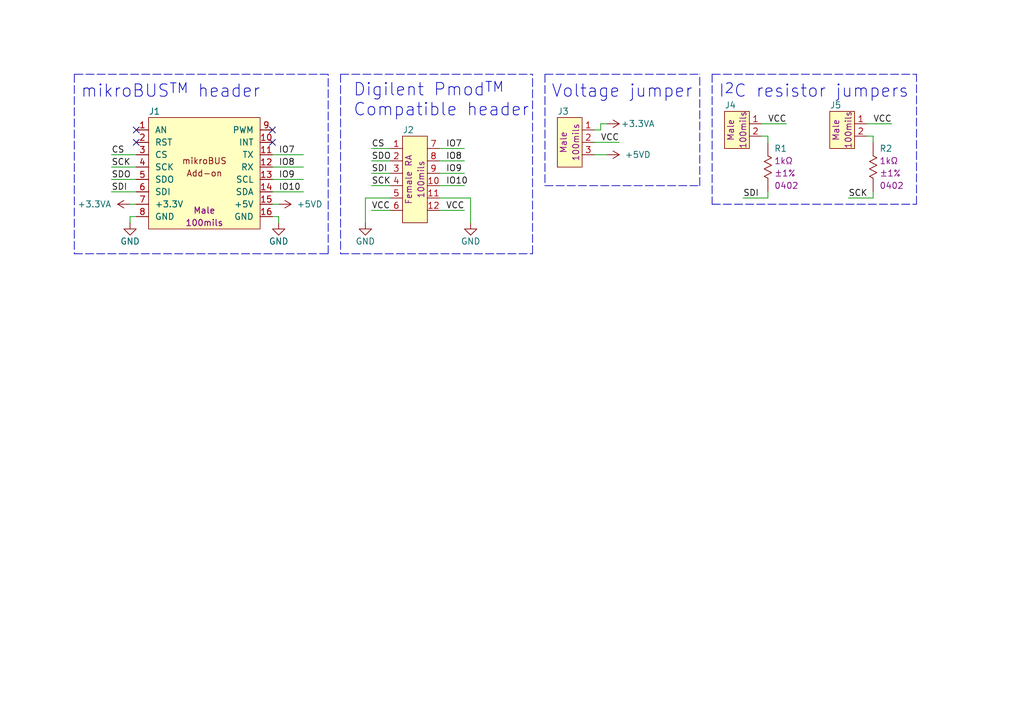
<source format=kicad_sch>
(kicad_sch (version 20211123) (generator eeschema)
  (paper "A5")
  (title_block (title "${title}") (date "${year}-${month}-${day}") (rev "${rev}") (company "${company}") (comment 1 "${author}"))
  (lib_symbols
    (symbol "connaxio-connectors:CON_HDR_100MILS_F_TH_RA_2X6" (pin_names (offset 1.27) hide)
      (property "Reference" "J" (at 0 1.27 0))
      (property "Property" "100mils" (at 3.81 -8.89 90))
      (property "Note" "Female RA" (at 1.27 -8.89 90))
      (symbol "CON_HDR_100MILS_F_TH_RA_2X6_0_1"
        (rectangle (start 0 0) (end 5.08 -17.78) (fill (type background)))
      )
      (symbol "CON_HDR_100MILS_F_TH_RA_2X6_1_1"
        (pin passive line (at -2.54 -2.54 0) (length 2.54) (name "1") (number "1"))
        (pin passive line (at 7.62 -10.16 180) (length 2.54) (name "10") (number "10"))
        (pin passive line (at 7.62 -12.7 180) (length 2.54) (name "11") (number "11"))
        (pin passive line (at 7.62 -15.24 180) (length 2.54) (name "12") (number "12"))
        (pin passive line (at -2.54 -5.08 0) (length 2.54) (name "2") (number "2"))
        (pin passive line (at -2.54 -7.62 0) (length 2.54) (name "3") (number "3"))
        (pin passive line (at -2.54 -10.16 0) (length 2.54) (name "4") (number "4"))
        (pin passive line (at -2.54 -12.7 0) (length 2.54) (name "5") (number "5"))
        (pin passive line (at -2.54 -15.24 0) (length 2.54) (name "6") (number "6"))
        (pin passive line (at 7.62 -2.54 180) (length 2.54) (name "7") (number "7"))
        (pin passive line (at 7.62 -5.08 180) (length 2.54) (name "8") (number "8"))
        (pin passive line (at 7.62 -7.62 180) (length 2.54) (name "9") (number "9"))
      )
    )
    (symbol "connaxio-connectors:CON_HDR_100MILS_M_TH_1X2" (pin_names (offset 1.27) hide)
      (property "Reference" "J" (at 0 1.27 0))
      (property "Property" "100mils" (at 3.81 -3.81 90))
      (property "Note" "Male" (at 1.27 -3.81 90))
      (symbol "CON_HDR_100MILS_M_TH_1X2_0_1"
        (rectangle (start 0 0) (end 5.08 -7.62) (fill (type background)))
      )
      (symbol "CON_HDR_100MILS_M_TH_1X2_1_1"
        (pin passive line (at 7.62 -2.54 180) (length 2.54) (name "1") (number "1"))
        (pin passive line (at 7.62 -5.08 180) (length 2.54) (name "2") (number "2"))
      )
    )
    (symbol "connaxio-connectors:CON_HDR_100MILS_M_TH_1X3" (pin_names (offset 1.27) hide)
      (property "Reference" "J" (at 0 1.27 0))
      (property "Property" "100mils" (at 3.81 -5.08 90))
      (property "Note" "Male" (at 1.27 -5.08 90))
      (symbol "CON_HDR_100MILS_M_TH_1X3_0_1"
        (rectangle (start 0 0) (end 5.08 -10.16) (fill (type background)))
      )
      (symbol "CON_HDR_100MILS_M_TH_1X3_1_1"
        (pin passive line (at 7.62 -2.54 180) (length 2.54) (name "1") (number "1"))
        (pin passive line (at 7.62 -5.08 180) (length 2.54) (name "2") (number "2"))
        (pin passive line (at 7.62 -7.62 180) (length 2.54) (name "3") (number "3"))
      )
    )
    (symbol "connaxio-connectors:CON_HDR_MIKROBUS_ADDON_TH" (pin_names (offset 1.27))
      (property "Reference" "J" (at 0 1.27 0))
      (property "Property" "100mils" (at 11.43 -21.59 0))
      (property "Note" "Male" (at 11.43 -19.05 0))
      (symbol "CON_HDR_MIKROBUS_ADDON_TH_0_0"
        (text "Add-on" (at 11.43 -11.43 0) (effects (font (size 1.27 1.27))))
        (text "mikroBUS" (at 11.43 -8.89 0) (effects (font (size 1.27 1.27))))
      )
      (symbol "CON_HDR_MIKROBUS_ADDON_TH_0_1"
        (rectangle (start 0 0) (end 22.86 -22.86) (fill (type background)))
      )
      (symbol "CON_HDR_MIKROBUS_ADDON_TH_1_1"
        (pin passive line (at -2.54 -2.54 0) (length 2.54) (name "AN") (number "1"))
        (pin passive line (at 25.4 -5.08 180) (length 2.54) (name "INT") (number "10"))
        (pin passive line (at 25.4 -7.62 180) (length 2.54) (name "TX") (number "11"))
        (pin passive line (at 25.4 -10.16 180) (length 2.54) (name "RX") (number "12"))
        (pin passive line (at 25.4 -12.7 180) (length 2.54) (name "SCL") (number "13"))
        (pin passive line (at 25.4 -15.24 180) (length 2.54) (name "SDA") (number "14"))
        (pin passive line (at 25.4 -17.78 180) (length 2.54) (name "+5V") (number "15"))
        (pin passive line (at 25.4 -20.32 180) (length 2.54) (name "GND") (number "16"))
        (pin passive line (at -2.54 -5.08 0) (length 2.54) (name "RST") (number "2"))
        (pin passive line (at -2.54 -7.62 0) (length 2.54) (name "CS") (number "3"))
        (pin passive line (at -2.54 -10.16 0) (length 2.54) (name "SCK") (number "4"))
        (pin passive line (at -2.54 -12.7 0) (length 2.54) (name "SDO") (number "5"))
        (pin passive line (at -2.54 -15.24 0) (length 2.54) (name "SDI") (number "6"))
        (pin passive line (at -2.54 -17.78 0) (length 2.54) (name "+3.3V") (number "7"))
        (pin passive line (at -2.54 -20.32 0) (length 2.54) (name "GND") (number "8"))
        (pin passive line (at 25.4 -2.54 180) (length 2.54) (name "PWM") (number "9"))
      )
    )
    (symbol "connaxio-resistors:RES_1.00KΩ_1%_0402" (pin_numbers hide) (pin_names (offset 1.27) hide)
      (property "Reference" "R" (at 1.27 3.81 0))
      (property "Package" "0402" (at 1.27 -3.81 0))
      (property "Property" "1kΩ" (at 1.27 1.27 0))
      (property "Tolerance" "±1%" (at 1.27 -1.27 0))
      (symbol "RES_1.00KΩ_1%_0402_0_1"
        (polyline (pts (xy 0 3.302) (xy 0 3.302)))
        (polyline (pts (xy 0 2.286) (xy 0.762 1.905) (xy -0.762 1.143) (xy 0.762 0.381) (xy -0.762 -0.381) (xy 0.762 -1.143) (xy -0.762 -1.905) (xy 0 -2.286)))
      )
      (symbol "RES_1.00KΩ_1%_0402_1_1"
        (pin passive line (at 0 5.08 270) (length 2.794) (name "1") (number "1"))
        (pin passive line (at 0 -5.08 90) (length 2.794) (name "2") (number "2"))
      )
    )
    (symbol "power:+3.3VA" (power) (pin_names (offset 0))
      (property "Value" "+3.3VA" (at 0 3.556 0))
      (symbol "+3.3VA_0_1"
        (polyline (pts (xy -0.762 1.27) (xy 0 2.54)))
        (polyline (pts (xy 0 0) (xy 0 2.54)))
        (polyline (pts (xy 0 2.54) (xy 0.762 1.27)))
      )
      (symbol "+3.3VA_1_1"
        (pin power_in line (at 0 0 90) (length 0) hide (name "+3.3VA") (number "1"))
      )
    )
    (symbol "power:+5VD" (power) (pin_names (offset 0))
      (property "Value" "+5VD" (at 0 3.556 0))
      (symbol "+5VD_0_1"
        (polyline (pts (xy -0.762 1.27) (xy 0 2.54)))
        (polyline (pts (xy 0 0) (xy 0 2.54)))
        (polyline (pts (xy 0 2.54) (xy 0.762 1.27)))
      )
      (symbol "+5VD_1_1"
        (pin power_in line (at 0 0 90) (length 0) hide (name "+5VD") (number "1"))
      )
    )
    (symbol "power:GND" (power) (pin_names (offset 0))
      (property "Value" "GND" (at 0 -3.81 0))
      (symbol "GND_0_1"
        (polyline (pts (xy 0 0) (xy 0 -1.27) (xy 1.27 -1.27) (xy 0 -2.54) (xy -1.27 -1.27) (xy 0 -1.27)))
      )
      (symbol "GND_1_1"
        (pin power_in line (at 0 0 270) (length 0) hide (name "GND") (number "1"))
      )
    )
  )
  (no_connect (at 55.88 29.21))
  (no_connect (at 55.88 26.67))
  (no_connect (at 27.94 26.67))
  (no_connect (at 27.94 29.21))
  (wire (pts (xy 90.17 43.18) (xy 95.25 43.18)))
  (wire (pts (xy 55.88 39.37) (xy 62.23 39.37)))
  (wire (pts (xy 157.48 40.64) (xy 157.48 39.37)))
  (wire (pts (xy 124.46 31.75) (xy 121.92 31.75)))
  (wire (pts (xy 121.92 26.67) (xy 123.19 26.67)))
  (wire (pts (xy 22.86 31.75) (xy 27.94 31.75)))
  (wire (pts (xy 127 29.21) (xy 121.92 29.21)))
  (wire (pts (xy 90.17 33.02) (xy 95.25 33.02)))
  (wire (pts (xy 76.2 38.1) (xy 80.01 38.1)))
  (wire (pts (xy 157.48 27.94) (xy 157.48 29.21)))
  (wire (pts (xy 22.86 39.37) (xy 27.94 39.37)))
  (wire (pts (xy 76.2 30.48) (xy 80.01 30.48)))
  (wire (pts (xy 22.86 36.83) (xy 27.94 36.83)))
  (wire (pts (xy 55.88 36.83) (xy 62.23 36.83)))
  (wire (pts (xy 76.2 43.18) (xy 80.01 43.18)))
  (wire (pts (xy 74.93 40.64) (xy 80.01 40.64)))
  (wire (pts (xy 90.17 35.56) (xy 95.25 35.56)))
  (wire (pts (xy 55.88 31.75) (xy 62.23 31.75)))
  (wire (pts (xy 90.17 30.48) (xy 95.25 30.48)))
  (wire (pts (xy 55.88 44.45) (xy 57.15 44.45)))
  (wire (pts (xy 177.8 25.4) (xy 182.88 25.4)))
  (wire (pts (xy 179.07 27.94) (xy 179.07 29.21)))
  (wire (pts (xy 22.86 34.29) (xy 27.94 34.29)))
  (wire (pts (xy 55.88 41.91) (xy 57.15 41.91)))
  (wire (pts (xy 26.67 44.45) (xy 27.94 44.45)))
  (wire (pts (xy 96.52 40.64) (xy 90.17 40.64)))
  (polyline (pts (xy 146.05 15.24) (xy 187.96 15.24)))
  (polyline (pts (xy 109.22 52.07) (xy 109.22 15.24)))
  (polyline (pts (xy 111.76 38.1) (xy 143.51 38.1)))
  (polyline (pts (xy 187.96 41.91) (xy 187.96 15.24)))
  (wire (pts (xy 179.07 40.64) (xy 179.07 39.37)))
  (polyline (pts (xy 146.05 15.24) (xy 146.05 41.91)))
  (polyline (pts (xy 111.76 15.24) (xy 111.76 38.1)))
  (wire (pts (xy 156.21 25.4) (xy 161.29 25.4)))
  (polyline (pts (xy 15.24 15.24) (xy 15.24 52.07)))
  (wire (pts (xy 76.2 33.02) (xy 80.01 33.02)))
  (polyline (pts (xy 69.85 15.24) (xy 109.22 15.24)))
  (wire (pts (xy 177.8 27.94) (xy 179.07 27.94)))
  (polyline (pts (xy 143.51 38.1) (xy 143.51 15.24)))
  (wire (pts (xy 152.4 40.64) (xy 157.48 40.64)))
  (polyline (pts (xy 67.31 15.24) (xy 15.24 15.24)))
  (polyline (pts (xy 15.24 52.07) (xy 67.31 52.07)))
  (wire (pts (xy 123.19 26.67) (xy 123.19 25.4)))
  (wire (pts (xy 124.46 25.4) (xy 123.19 25.4)))
  (polyline (pts (xy 67.31 52.07) (xy 67.31 15.24)))
  (wire (pts (xy 74.93 45.72) (xy 74.93 40.64)))
  (wire (pts (xy 26.67 41.91) (xy 27.94 41.91)))
  (wire (pts (xy 96.52 45.72) (xy 96.52 40.64)))
  (wire (pts (xy 57.15 44.45) (xy 57.15 45.72)))
  (wire (pts (xy 173.99 40.64) (xy 179.07 40.64)))
  (wire (pts (xy 55.88 34.29) (xy 62.23 34.29)))
  (polyline (pts (xy 69.85 15.24) (xy 69.85 52.07)))
  (wire (pts (xy 26.67 45.72) (xy 26.67 44.45)))
  (polyline (pts (xy 111.76 15.24) (xy 143.51 15.24)))
  (wire (pts (xy 156.21 27.94) (xy 157.48 27.94)))
  (polyline (pts (xy 146.05 41.91) (xy 187.96 41.91)))
  (wire (pts (xy 90.17 38.1) (xy 95.25 38.1)))
  (polyline (pts (xy 69.85 52.07) (xy 109.22 52.07)))
  (wire (pts (xy 76.2 35.56) (xy 80.01 35.56)))
  (text "Voltage jumper" (at 113.03 20.32 0) (effects (font (size 2.54 2.54)) (justify left bottom)))
  (text "Digilent Pmod^{TM} \nCompatible header" (at 72.39 24.13 0) (effects (font (size 2.54 2.54)) (justify left bottom)))
  (text "mikroBUS^{TM} header" (at 16.51 20.32 0) (effects (font (size 2.54 2.54)) (justify left bottom)))
  (text "I^{2}C resistor jumpers" (at 147.32 20.32 0) (effects (font (size 2.54 2.54)) (justify left bottom)))
  (label "VCC" (at 179.07 25.4 0))
  (label "SDI" (at 76.2 35.56 0))
  (label "IO8" (at 57.15 34.29 0))
  (label "IO9" (at 91.44 35.56 0))
  (label "CS" (at 22.86 31.75 0))
  (label "SDO" (at 76.2 33.02 0))
  (label "IO7" (at 91.44 30.48 0))
  (label "IO8" (at 91.44 33.02 0))
  (label "CS" (at 76.2 30.48 0))
  (label "IO7" (at 57.15 31.75 0))
  (label "SCK" (at 173.99 40.64 0))
  (label "VCC" (at 91.44 43.18 0))
  (label "VCC" (at 157.48 25.4 0))
  (label "SCK" (at 22.86 34.29 0))
  (label "IO10" (at 57.15 39.37 0))
  (label "VCC" (at 127 29.21 180))
  (label "SDO" (at 22.86 36.83 0))
  (label "SDI" (at 22.86 39.37 0))
  (label "SDI" (at 152.4 40.64 0))
  (label "IO9" (at 57.15 36.83 0))
  (label "SCK" (at 76.2 38.1 0))
  (label "IO10" (at 91.44 38.1 0))
  (label "VCC" (at 76.2 43.18 0))
  (symbol (lib_id "connaxio-connectors:CON_HDR_100MILS_M_TH_1X3") (at 114.3 24.13 0) (unit 1)
    (property "Reference" "J3" (at 114.3 22.86 0) (effects (justify left)))
    (property "Value" "CON_HDR_100MILS_M_TH_1X3" (effects hide))
    (property "Footprint" "connaxio-connectors:CON_HDR_100MILS_M_TH_1X3" (effects hide))
    (property "Current" "3A" (effects hide))
    (property "Polarized" "No" (effects hide))
    (property "Temperature" "-40°C to +105°C" (effects hide))
    (property "Property" "100mils" (at 118.11 29.21 90))
    (property "Voltage" "350V" (effects hide))
    (property "Note" "Male" (at 115.57 29.21 90))
    (property "Package" "TH" (effects hide))
  )
  (symbol (lib_id "connaxio-resistors:RES_1.00KΩ_1%_0402") (at 179.07 34.29 0) (unit 1)
    (property "Reference" "R2" (at 180.34 30.48 0) (effects (justify left)))
    (property "Value" "RES_1.00KΩ_1%_0402" (effects hide))
    (property "Footprint" "connaxio-resistors:RES_0402_1005M" (effects hide))
    (property "Datasheet" "https://www.seielect.com/catalog/sei-rmcf_rmcp.pdf" (effects hide))
    (property "Manufacturer" "Stackpole Electronics Inc" (effects hide))
    (property "Manufacturer Part Number" "RMCF0402FT1K00" (effects hide))
    (property "Package" "0402" (at 180.34 38.1 0) (effects (justify left)))
    (property "Polarized" "No" (effects hide))
    (property "Power" "1/16W" (effects hide))
    (property "Property" "1kΩ" (at 180.34 33.02 0) (effects (justify left)))
    (property "Temperature" "-55°C to +155°C" (effects hide))
    (property "Tolerance" "±1%" (at 180.34 35.56 0) (effects (justify left)))
    (property "Voltage" "50V" (effects hide))
  )
  (symbol (lib_id "connaxio-resistors:RES_1.00KΩ_1%_0402") (at 157.48 34.29 0) (unit 1)
    (property "Reference" "R1" (at 158.75 30.48 0) (effects (justify left)))
    (property "Value" "RES_1.00KΩ_1%_0402" (effects hide))
    (property "Footprint" "connaxio-resistors:RES_0402_1005M" (effects hide))
    (property "Datasheet" "https://www.seielect.com/catalog/sei-rmcf_rmcp.pdf" (effects hide))
    (property "Manufacturer" "Stackpole Electronics Inc" (effects hide))
    (property "Manufacturer Part Number" "RMCF0402FT1K00" (effects hide))
    (property "Package" "0402" (at 158.75 38.1 0) (effects (justify left)))
    (property "Polarized" "No" (effects hide))
    (property "Power" "1/16W" (effects hide))
    (property "Property" "1kΩ" (at 158.75 33.02 0) (effects (justify left)))
    (property "Temperature" "-55°C to +155°C" (effects hide))
    (property "Tolerance" "±1%" (at 158.75 35.56 0) (effects (justify left)))
    (property "Voltage" "50V" (effects hide))
  )
  (symbol (lib_id "connaxio-connectors:CON_HDR_100MILS_M_TH_1X2") (at 170.18 22.86 0) (unit 1)
    (property "Reference" "J5" (at 170.18 21.59 0) (effects (justify left)))
    (property "Value" "CON_HDR_100MILS_M_TH_1X2" (effects hide))
    (property "Footprint" "connaxio-connectors:CON_HDR_100MILS_M_TH_1X2" (effects hide))
    (property "Current" "3A" (effects hide))
    (property "Polarized" "No" (effects hide))
    (property "Temperature" "-40°C to +105°C" (effects hide))
    (property "Property" "100mils" (at 173.99 26.67 90))
    (property "Voltage" "350V" (effects hide))
    (property "Note" "Male" (at 171.45 26.67 90))
    (property "Package" "TH" (effects hide))
  )
  (symbol (lib_id "power:+3.3VA") (at 124.46 25.4 270) (unit 1)
    (property "Reference" "#PWR07" (effects hide))
    (property "Value" "+3.3VA" (at 130.81 25.4 90))
  )
  (symbol (lib_id "connaxio-connectors:CON_HDR_MIKROBUS_ADDON_TH") (at 30.48 24.13 0) (unit 1)
    (property "Reference" "J1" (at 30.48 22.86 0) (effects (justify left)))
    (property "Value" "CON_HDR_MIKROBUS_ADDON_TH" (effects hide))
    (property "Footprint" "connaxio-connectors:CON_HDR_MIKROBUS_ADDON_TH" (effects hide))
    (property "Current" "3A" (effects hide))
    (property "Polarized" "No" (effects hide))
    (property "Temperature" "-40°C to +105°C" (effects hide))
    (property "Property" "100mils" (at 41.91 45.72 0))
    (property "Voltage" "350V" (effects hide))
    (property "Note" "Male" (at 41.91 43.18 0))
    (property "Package" "TH" (effects hide))
  )
  (symbol (lib_id "power:+5VD") (at 124.46 31.75 270) (unit 1)
    (property "Reference" "#PWR08" (effects hide))
    (property "Value" "+5VD" (at 130.81 31.75 90))
  )
  (symbol (lib_id "power:GND") (at 26.67 45.72 0) (unit 1)
    (property "Reference" "#PWR02" (effects hide))
    (property "Value" "GND" (at 26.67 49.53 0))
  )
  (symbol (lib_id "connaxio-connectors:CON_HDR_100MILS_F_TH_RA_2X6") (at 82.55 27.94 0) (unit 1)
    (property "Reference" "J2" (at 82.55 26.67 0) (effects (justify left)))
    (property "Value" "CON_HDR_100MILS_F_TH_RA_2X6" (effects hide))
    (property "Footprint" "connaxio-connectors:CON_HDR_100MILS_F_TH_RA_2X6" (effects hide))
    (property "Current" "3A" (effects hide))
    (property "Polarized" "No" (effects hide))
    (property "Temperature" "-40°C to +105°C" (effects hide))
    (property "Property" "100mils" (at 86.36 36.83 90))
    (property "Voltage" "350V" (effects hide))
    (property "Note" "Female RA" (at 83.82 36.83 90))
    (property "Package" "TH" (effects hide))
  )
  (symbol (lib_id "connaxio-connectors:CON_HDR_100MILS_M_TH_1X2") (at 148.59 22.86 0) (unit 1)
    (property "Reference" "J4" (at 148.59 21.59 0) (effects (justify left)))
    (property "Value" "CON_HDR_100MILS_M_TH_1X2" (effects hide))
    (property "Footprint" "connaxio-connectors:CON_HDR_100MILS_M_TH_1X2" (effects hide))
    (property "Current" "3A" (effects hide))
    (property "Polarized" "No" (effects hide))
    (property "Temperature" "-40°C to +105°C" (effects hide))
    (property "Property" "100mils" (at 152.4 26.67 90))
    (property "Voltage" "350V" (effects hide))
    (property "Note" "Male" (at 149.86 26.67 90))
    (property "Package" "TH" (effects hide))
  )
  (symbol (lib_id "power:GND") (at 57.15 45.72 0) (unit 1)
    (property "Reference" "#PWR04" (effects hide))
    (property "Value" "GND" (at 57.15 49.53 0))
  )
  (symbol (lib_id "power:GND") (at 74.93 45.72 0) (unit 1)
    (property "Reference" "#PWR05" (effects hide))
    (property "Value" "GND" (at 74.93 49.53 0))
  )
  (symbol (lib_id "power:+3.3VA") (at 26.67 41.91 90) (unit 1)
    (property "Reference" "#PWR01" (effects hide))
    (property "Value" "+3.3VA" (at 22.86 41.91 90) (effects (justify left)))
  )
  (symbol (lib_id "power:GND") (at 96.52 45.72 0) (mirror y) (unit 1)
    (property "Reference" "#PWR06" (effects hide))
    (property "Value" "GND" (at 96.52 49.53 0))
  )
  (symbol (lib_id "power:+5VD") (at 57.15 41.91 270) (unit 1)
    (property "Reference" "#PWR03" (effects hide))
    (property "Value" "+5VD" (at 63.5 41.91 90))
  )
)
</source>
